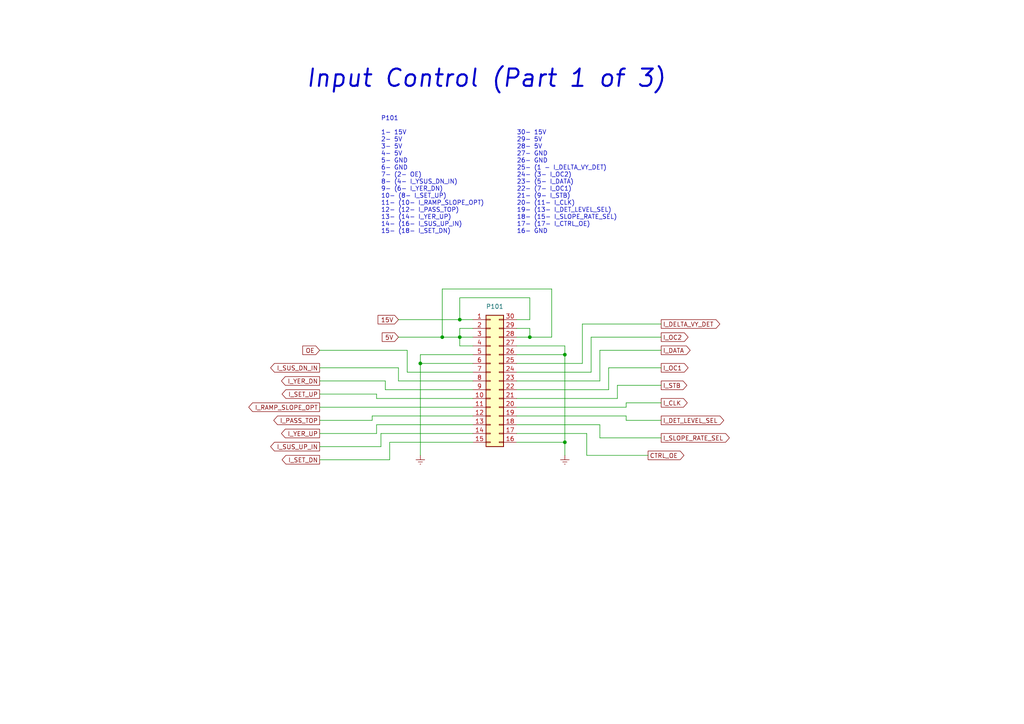
<source format=kicad_sch>
(kicad_sch (version 20231120) (generator "eeschema") (generator_version "8.0")
  (paper "A4")
  (title_block (title "Y BOARD LG PLASMA TV PANEL") (date "2025-03-24") (rev "1.0") (comment 1 "Author: Fábio Pereira da Silva") (comment 2 "Input Control (Part 1 of 3)"))
  (lib_symbols
    (symbol "Connector_Generic:Conn_02x15_Counter_Clockwise" (pin_names (offset 1.016) hide)
      (property "Reference" "J" (at 1.27 20.32 0))
      (property "Value" "Conn_02x15_Counter_Clockwise" (at 1.27 -20.32 0))
      (symbol "Conn_02x15_Counter_Clockwise_1_1"
        (rectangle (start -1.27 -17.653) (end 0 -17.907) (stroke (width 0.1524)))
        (rectangle (start -1.27 -15.113) (end 0 -15.367) (stroke (width 0.1524)))
        (rectangle (start -1.27 -12.573) (end 0 -12.827) (stroke (width 0.1524)))
        (rectangle (start -1.27 -10.033) (end 0 -10.287) (stroke (width 0.1524)))
        (rectangle (start -1.27 -7.493) (end 0 -7.747) (stroke (width 0.1524)))
        (rectangle (start -1.27 -4.953) (end 0 -5.207) (stroke (width 0.1524)))
        (rectangle (start -1.27 -2.413) (end 0 -2.667) (stroke (width 0.1524)))
        (rectangle (start -1.27 0.127) (end 0 -0.127) (stroke (width 0.1524)))
        (rectangle (start -1.27 2.667) (end 0 2.413) (stroke (width 0.1524)))
        (rectangle (start -1.27 5.207) (end 0 4.953) (stroke (width 0.1524)))
        (rectangle (start -1.27 7.747) (end 0 7.493) (stroke (width 0.1524)))
        (rectangle (start -1.27 10.287) (end 0 10.033) (stroke (width 0.1524)))
        (rectangle (start -1.27 12.827) (end 0 12.573) (stroke (width 0.1524)))
        (rectangle (start -1.27 15.367) (end 0 15.113) (stroke (width 0.1524)))
        (rectangle (start -1.27 17.907) (end 0 17.653) (stroke (width 0.1524)))
        (rectangle (start -1.27 19.05) (end 3.81 -19.05) (stroke (width 0.254)) (fill (type background)))
        (rectangle (start 3.81 -17.653) (end 2.54 -17.907) (stroke (width 0.1524)))
        (rectangle (start 3.81 -15.113) (end 2.54 -15.367) (stroke (width 0.1524)))
        (rectangle (start 3.81 -12.573) (end 2.54 -12.827) (stroke (width 0.1524)))
        (rectangle (start 3.81 -10.033) (end 2.54 -10.287) (stroke (width 0.1524)))
        (rectangle (start 3.81 -7.493) (end 2.54 -7.747) (stroke (width 0.1524)))
        (rectangle (start 3.81 -4.953) (end 2.54 -5.207) (stroke (width 0.1524)))
        (rectangle (start 3.81 -2.413) (end 2.54 -2.667) (stroke (width 0.1524)))
        (rectangle (start 3.81 0.127) (end 2.54 -0.127) (stroke (width 0.1524)))
        (rectangle (start 3.81 2.667) (end 2.54 2.413) (stroke (width 0.1524)))
        (rectangle (start 3.81 5.207) (end 2.54 4.953) (stroke (width 0.1524)))
        (rectangle (start 3.81 7.747) (end 2.54 7.493) (stroke (width 0.1524)))
        (rectangle (start 3.81 10.287) (end 2.54 10.033) (stroke (width 0.1524)))
        (rectangle (start 3.81 12.827) (end 2.54 12.573) (stroke (width 0.1524)))
        (rectangle (start 3.81 15.367) (end 2.54 15.113) (stroke (width 0.1524)))
        (rectangle (start 3.81 17.907) (end 2.54 17.653) (stroke (width 0.1524)))
        (pin passive line (at -5.08 17.78 0) (length 3.81) (name "Pin_1") (number "1"))
        (pin passive line (at -5.08 -5.08 0) (length 3.81) (name "Pin_10") (number "10"))
        (pin passive line (at -5.08 -7.62 0) (length 3.81) (name "Pin_11") (number "11"))
        (pin passive line (at -5.08 -10.16 0) (length 3.81) (name "Pin_12") (number "12"))
        (pin passive line (at -5.08 -12.7 0) (length 3.81) (name "Pin_13") (number "13"))
        (pin passive line (at -5.08 -15.24 0) (length 3.81) (name "Pin_14") (number "14"))
        (pin passive line (at -5.08 -17.78 0) (length 3.81) (name "Pin_15") (number "15"))
        (pin passive line (at 7.62 -17.78 180) (length 3.81) (name "Pin_16") (number "16"))
        (pin passive line (at 7.62 -15.24 180) (length 3.81) (name "Pin_17") (number "17"))
        (pin passive line (at 7.62 -12.7 180) (length 3.81) (name "Pin_18") (number "18"))
        (pin passive line (at 7.62 -10.16 180) (length 3.81) (name "Pin_19") (number "19"))
        (pin passive line (at -5.08 15.24 0) (length 3.81) (name "Pin_2") (number "2"))
        (pin passive line (at 7.62 -7.62 180) (length 3.81) (name "Pin_20") (number "20"))
        (pin passive line (at 7.62 -5.08 180) (length 3.81) (name "Pin_21") (number "21"))
        (pin passive line (at 7.62 -2.54 180) (length 3.81) (name "Pin_22") (number "22"))
        (pin passive line (at 7.62 0 180) (length 3.81) (name "Pin_23") (number "23"))
        (pin passive line (at 7.62 2.54 180) (length 3.81) (name "Pin_24") (number "24"))
        (pin passive line (at 7.62 5.08 180) (length 3.81) (name "Pin_25") (number "25"))
        (pin passive line (at 7.62 7.62 180) (length 3.81) (name "Pin_26") (number "26"))
        (pin passive line (at 7.62 10.16 180) (length 3.81) (name "Pin_27") (number "27"))
        (pin passive line (at 7.62 12.7 180) (length 3.81) (name "Pin_28") (number "28"))
        (pin passive line (at 7.62 15.24 180) (length 3.81) (name "Pin_29") (number "29"))
        (pin passive line (at -5.08 12.7 0) (length 3.81) (name "Pin_3") (number "3"))
        (pin passive line (at 7.62 17.78 180) (length 3.81) (name "Pin_30") (number "30"))
        (pin passive line (at -5.08 10.16 0) (length 3.81) (name "Pin_4") (number "4"))
        (pin passive line (at -5.08 7.62 0) (length 3.81) (name "Pin_5") (number "5"))
        (pin passive line (at -5.08 5.08 0) (length 3.81) (name "Pin_6") (number "6"))
        (pin passive line (at -5.08 2.54 0) (length 3.81) (name "Pin_7") (number "7"))
        (pin passive line (at -5.08 0 0) (length 3.81) (name "Pin_8") (number "8"))
        (pin passive line (at -5.08 -2.54 0) (length 3.81) (name "Pin_9") (number "9"))
      )
    )
    (symbol "power:Earth" (power) (pin_numbers hide) (pin_names (offset 0) hide)
      (property "Value" "Earth" (at 0 -3.81 0))
      (symbol "Earth_0_1"
        (polyline (pts (xy -0.635 -1.905) (xy 0.635 -1.905)))
        (polyline (pts (xy -0.127 -2.54) (xy 0.127 -2.54)))
        (polyline (pts (xy 0 -1.27) (xy 0 0)))
        (polyline (pts (xy 1.27 -1.27) (xy -1.27 -1.27)))
      )
      (symbol "Earth_1_1"
        (pin power_in line (at 0 0 270) (length 0) (name "~") (number "1"))
      )
    )
  )
  (junction (at 133.35 92.71))
  (junction (at 163.83 102.87))
  (junction (at 128.27 97.79))
  (junction (at 163.83 128.27))
  (junction (at 153.67 97.79))
  (junction (at 121.92 105.41))
  (junction (at 133.35 97.79))
  (wire (pts (xy 173.99 123.19) (xy 149.86 123.19)))
  (wire (pts (xy 92.71 106.68) (xy 115.57 106.68)))
  (wire (pts (xy 133.35 86.36) (xy 153.67 86.36)))
  (wire (pts (xy 133.35 97.79) (xy 137.16 97.79)))
  (wire (pts (xy 107.95 120.65) (xy 137.16 120.65)))
  (wire (pts (xy 163.83 132.08) (xy 163.83 128.27)))
  (wire (pts (xy 173.99 127) (xy 173.99 123.19)))
  (wire (pts (xy 115.57 92.71) (xy 133.35 92.71)))
  (wire (pts (xy 181.61 121.92) (xy 181.61 120.65)))
  (wire (pts (xy 191.77 97.79) (xy 171.45 97.79)))
  (wire (pts (xy 92.71 110.49) (xy 111.76 110.49)))
  (wire (pts (xy 163.83 102.87) (xy 163.83 100.33)))
  (wire (pts (xy 191.77 121.92) (xy 181.61 121.92)))
  (wire (pts (xy 179.07 111.76) (xy 179.07 115.57)))
  (wire (pts (xy 110.49 129.54) (xy 110.49 125.73)))
  (wire (pts (xy 168.91 93.98) (xy 168.91 105.41)))
  (wire (pts (xy 163.83 100.33) (xy 149.86 100.33)))
  (wire (pts (xy 118.11 101.6) (xy 118.11 107.95)))
  (wire (pts (xy 149.86 113.03) (xy 176.53 113.03)))
  (wire (pts (xy 176.53 106.68) (xy 191.77 106.68)))
  (wire (pts (xy 168.91 105.41) (xy 149.86 105.41)))
  (wire (pts (xy 149.86 95.25) (xy 153.67 95.25)))
  (wire (pts (xy 168.91 93.98) (xy 191.77 93.98)))
  (wire (pts (xy 109.22 125.73) (xy 109.22 123.19)))
  (wire (pts (xy 128.27 97.79) (xy 128.27 83.82)))
  (wire (pts (xy 113.03 128.27) (xy 137.16 128.27)))
  (wire (pts (xy 115.57 97.79) (xy 128.27 97.79)))
  (wire (pts (xy 92.71 101.6) (xy 118.11 101.6)))
  (wire (pts (xy 128.27 83.82) (xy 160.02 83.82)))
  (wire (pts (xy 163.83 128.27) (xy 163.83 102.87)))
  (wire (pts (xy 128.27 97.79) (xy 133.35 97.79)))
  (wire (pts (xy 181.61 118.11) (xy 149.86 118.11)))
  (wire (pts (xy 153.67 92.71) (xy 149.86 92.71)))
  (wire (pts (xy 137.16 100.33) (xy 133.35 100.33)))
  (wire (pts (xy 111.76 110.49) (xy 111.76 113.03)))
  (wire (pts (xy 107.95 121.92) (xy 107.95 120.65)))
  (wire (pts (xy 176.53 106.68) (xy 176.53 113.03)))
  (wire (pts (xy 121.92 105.41) (xy 121.92 102.87)))
  (wire (pts (xy 115.57 106.68) (xy 115.57 110.49)))
  (wire (pts (xy 133.35 100.33) (xy 133.35 97.79)))
  (wire (pts (xy 121.92 132.08) (xy 121.92 105.41)))
  (wire (pts (xy 171.45 107.95) (xy 149.86 107.95)))
  (wire (pts (xy 191.77 111.76) (xy 179.07 111.76)))
  (wire (pts (xy 149.86 120.65) (xy 181.61 120.65)))
  (wire (pts (xy 133.35 92.71) (xy 137.16 92.71)))
  (wire (pts (xy 153.67 97.79) (xy 160.02 97.79)))
  (wire (pts (xy 121.92 102.87) (xy 137.16 102.87)))
  (wire (pts (xy 92.71 133.35) (xy 113.03 133.35)))
  (wire (pts (xy 181.61 116.84) (xy 181.61 118.11)))
  (wire (pts (xy 109.22 114.3) (xy 109.22 115.57)))
  (wire (pts (xy 149.86 110.49) (xy 173.99 110.49)))
  (wire (pts (xy 173.99 110.49) (xy 173.99 101.6)))
  (wire (pts (xy 92.71 125.73) (xy 109.22 125.73)))
  (wire (pts (xy 153.67 95.25) (xy 153.67 97.79)))
  (wire (pts (xy 153.67 86.36) (xy 153.67 92.71)))
  (wire (pts (xy 133.35 92.71) (xy 133.35 86.36)))
  (wire (pts (xy 109.22 115.57) (xy 137.16 115.57)))
  (wire (pts (xy 170.18 132.08) (xy 187.96 132.08)))
  (wire (pts (xy 191.77 116.84) (xy 181.61 116.84)))
  (wire (pts (xy 149.86 102.87) (xy 163.83 102.87)))
  (wire (pts (xy 173.99 101.6) (xy 191.77 101.6)))
  (wire (pts (xy 92.71 114.3) (xy 109.22 114.3)))
  (wire (pts (xy 110.49 125.73) (xy 137.16 125.73)))
  (wire (pts (xy 179.07 115.57) (xy 149.86 115.57)))
  (wire (pts (xy 121.92 105.41) (xy 137.16 105.41)))
  (wire (pts (xy 113.03 133.35) (xy 113.03 128.27)))
  (wire (pts (xy 92.71 129.54) (xy 110.49 129.54)))
  (wire (pts (xy 149.86 128.27) (xy 163.83 128.27)))
  (wire (pts (xy 170.18 125.73) (xy 170.18 132.08)))
  (wire (pts (xy 149.86 97.79) (xy 153.67 97.79)))
  (wire (pts (xy 92.71 118.11) (xy 137.16 118.11)))
  (wire (pts (xy 111.76 113.03) (xy 137.16 113.03)))
  (wire (pts (xy 115.57 110.49) (xy 137.16 110.49)))
  (wire (pts (xy 137.16 95.25) (xy 133.35 95.25)))
  (wire (pts (xy 92.71 121.92) (xy 107.95 121.92)))
  (wire (pts (xy 149.86 125.73) (xy 170.18 125.73)))
  (wire (pts (xy 133.35 95.25) (xy 133.35 97.79)))
  (wire (pts (xy 109.22 123.19) (xy 137.16 123.19)))
  (wire (pts (xy 171.45 97.79) (xy 171.45 107.95)))
  (wire (pts (xy 118.11 107.95) (xy 137.16 107.95)))
  (wire (pts (xy 160.02 83.82) (xy 160.02 97.79)))
  (wire (pts (xy 191.77 127) (xy 173.99 127)))
  (text "P101\n\n1- 15V\n2- 5V\n3- 5V\n4- 5V\n5- GND\n6- GND\n7- (2- OE)\n8- (4- I_YSUS_DN_IN)\n9- (6- I_YER_DN)\n10- (8- I_SET_UP)\n11- (10- I_RAMP_SLOPE_OPT)\n12- (12- I_PASS_TOP)\n13- (14- I_YER_UP)\n14- (16- I_SUS_UP_IN)\n15- (18- I_SET_DN)\n" (at 110.49 50.8 0) (effects (font (size 1.27 1.27)) (justify left)))
  (text "Input Control (Part 1 of 3)" (at 140.97 22.86 0) (effects (font (size 5 5) (thickness 0.6) (bold yes) (italic yes))))
  (text "\n\n30- 15V\n29- 5V\n28- 5V\n27- GND\n26- GND\n25- (1 - I_DELTA_VY_DET)\n24- (3- I_OC2)\n23- (5- I_DATA)\n22- (7- I_OC1)\n21- (9- I_STB)\n20- (11- I_CLK)\n19- (13- I_DET_LEVEL_SEL)\n18- (15- I_SLOPE_RATE_SEL)\n17- (17- I_CTRL_OE)\n16- GND\n" (at 149.86 50.8 0) (effects (font (size 1.27 1.27)) (justify left)))
  (global_label "15V" (shape input) (at 115.57 92.71 180) (property "Intersheetrefs" "${INTERSHEET_REFS}" (effects (hide yes))))
  (global_label "I_DET_LEVEL_SEL" (shape output) (at 191.77 121.92 0) (property "Intersheetrefs" "${INTERSHEET_REFS}" (effects (hide yes))))
  (global_label "I_YER_DN" (shape output) (at 92.71 110.49 180) (property "Intersheetrefs" "${INTERSHEET_REFS}" (effects (hide yes))))
  (global_label "I_DELTA_VY_DET" (shape output) (at 191.77 93.98 0) (property "Intersheetrefs" "${INTERSHEET_REFS}" (effects (hide yes))))
  (global_label "I_OC1" (shape output) (at 191.77 106.68 0) (property "Intersheetrefs" "${INTERSHEET_REFS}" (effects (hide yes))))
  (global_label "CTRL_OE" (shape output) (at 187.96 132.08 0) (property "Intersheetrefs" "${INTERSHEET_REFS}" (effects (hide yes))))
  (global_label "I_SET_DN" (shape output) (at 92.71 133.35 180) (property "Intersheetrefs" "${INTERSHEET_REFS}" (effects (hide yes))))
  (global_label "I_STB" (shape output) (at 191.77 111.76 0) (property "Intersheetrefs" "${INTERSHEET_REFS}" (effects (hide yes))))
  (global_label "5V" (shape input) (at 115.57 97.79 180) (property "Intersheetrefs" "${INTERSHEET_REFS}" (effects (hide yes))))
  (global_label "OE" (shape input) (at 92.71 101.6 180) (property "Intersheetrefs" "${INTERSHEET_REFS}" (effects (hide yes))))
  (global_label "I_SUS_UP_IN" (shape output) (at 92.71 129.54 180) (property "Intersheetrefs" "${INTERSHEET_REFS}" (effects (hide yes))))
  (global_label "I_SET_UP" (shape output) (at 92.71 114.3 180) (property "Intersheetrefs" "${INTERSHEET_REFS}" (effects (hide yes))))
  (global_label "I_SUS_DN_IN" (shape output) (at 92.71 106.68 180) (property "Intersheetrefs" "${INTERSHEET_REFS}" (effects (hide yes))))
  (global_label "I_CLK" (shape output) (at 191.77 116.84 0) (property "Intersheetrefs" "${INTERSHEET_REFS}" (effects (hide yes))))
  (global_label "I_RAMP_SLOPE_OPT" (shape output) (at 92.71 118.11 180) (property "Intersheetrefs" "${INTERSHEET_REFS}" (effects (hide yes))))
  (global_label "I_OC2" (shape output) (at 191.77 97.79 0) (property "Intersheetrefs" "${INTERSHEET_REFS}" (effects (hide yes))))
  (global_label "I_DATA" (shape output) (at 191.77 101.6 0) (property "Intersheetrefs" "${INTERSHEET_REFS}" (effects (hide yes))))
  (global_label "I_YER_UP" (shape output) (at 92.71 125.73 180) (property "Intersheetrefs" "${INTERSHEET_REFS}" (effects (hide yes))))
  (global_label "I_SLOPE_RATE_SEL" (shape output) (at 191.77 127 0) (property "Intersheetrefs" "${INTERSHEET_REFS}" (effects (hide yes))))
  (global_label "I_PASS_TOP" (shape output) (at 92.71 121.92 180) (property "Intersheetrefs" "${INTERSHEET_REFS}" (effects (hide yes))))
  (symbol (lib_id "power:Earth") (at 121.92 132.08 0) (unit 1)
    (property "Reference" "#PWR35" (effects (hide yes)))
    (property "Value" "Earth" (effects (hide yes)))
    (property "Description" "Power symbol creates a global label with name \"Earth\"" (effects (hide yes)))
  )
  (symbol (lib_id "Connector_Generic:Conn_02x15_Counter_Clockwise") (at 142.24 110.49 0) (unit 1)
    (property "Reference" "P101" (at 143.51 88.9 0))
    (property "Value" "Conn_02x15_Counter_Clockwise" (effects (hide yes)))
    (property "Description" "Generic connector, double row, 02x15, counter clockwise pin numbering scheme (similar to DIP package numbering), script generated (kicad-library-utils/schlib/autogen/connector/)" (effects (hide yes)))
  )
  (symbol (lib_id "power:Earth") (at 163.83 132.08 0) (unit 1)
    (property "Reference" "#PWR34" (effects (hide yes)))
    (property "Value" "Earth" (effects (hide yes)))
    (property "Description" "Power symbol creates a global label with name \"Earth\"" (effects (hide yes)))
  )
)
</source>
